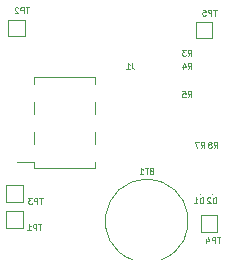
<source format=gbr>
G04 #@! TF.GenerationSoftware,KiCad,Pcbnew,(5.0.0)*
G04 #@! TF.CreationDate,2018-10-15T18:52:21-03:00*
G04 #@! TF.ProjectId,TPMS_Sensor,54504D535F53656E736F722E6B696361,1*
G04 #@! TF.SameCoordinates,Original*
G04 #@! TF.FileFunction,Legend,Bot*
G04 #@! TF.FilePolarity,Positive*
%FSLAX46Y46*%
G04 Gerber Fmt 4.6, Leading zero omitted, Abs format (unit mm)*
G04 Created by KiCad (PCBNEW (5.0.0)) date 10/15/18 18:52:21*
%MOMM*%
%LPD*%
G01*
G04 APERTURE LIST*
%ADD10C,0.120000*%
%ADD11C,0.100000*%
%ADD12C,0.125000*%
G04 APERTURE END LIST*
D10*
G04 #@! TO.C,BT1*
X151909254Y-96514692D02*
G75*
G02X154311200Y-96515400I1201946J3299292D01*
G01*
D11*
G04 #@! TO.C,D1*
X157631600Y-90979200D02*
G75*
G03X157631600Y-90979200I-50000J0D01*
G01*
G04 #@! TO.C,D2*
X158673000Y-90979200D02*
G75*
G03X158673000Y-90979200I-50000J0D01*
G01*
D10*
G04 #@! TO.C,J1*
X143526200Y-88756800D02*
X148726200Y-88756800D01*
X143526200Y-81016800D02*
X148726200Y-81016800D01*
X142086200Y-88186800D02*
X143526200Y-88186800D01*
X143526200Y-88756800D02*
X143526200Y-88186800D01*
X148726200Y-88756800D02*
X148726200Y-88186800D01*
X143526200Y-81586800D02*
X143526200Y-81016800D01*
X148726200Y-81586800D02*
X148726200Y-81016800D01*
X143526200Y-86666800D02*
X143526200Y-85646800D01*
X148726200Y-86666800D02*
X148726200Y-85646800D01*
X143526200Y-84126800D02*
X143526200Y-83106800D01*
X148726200Y-84126800D02*
X148726200Y-83106800D01*
G04 #@! TO.C,TP1*
X141200000Y-93800000D02*
X142600000Y-93800000D01*
X142600000Y-93800000D02*
X142600000Y-92400000D01*
X142600000Y-92400000D02*
X141200000Y-92400000D01*
X141200000Y-92400000D02*
X141200000Y-93800000D01*
G04 #@! TO.C,TP2*
X141362200Y-76185800D02*
X141362200Y-77585800D01*
X142762200Y-76185800D02*
X141362200Y-76185800D01*
X142762200Y-77585800D02*
X142762200Y-76185800D01*
X141362200Y-77585800D02*
X142762200Y-77585800D01*
G04 #@! TO.C,TP3*
X141200000Y-91600000D02*
X142600000Y-91600000D01*
X142600000Y-91600000D02*
X142600000Y-90200000D01*
X142600000Y-90200000D02*
X141200000Y-90200000D01*
X141200000Y-90200000D02*
X141200000Y-91600000D01*
G04 #@! TO.C,TP4*
X157694400Y-92721200D02*
X157694400Y-94121200D01*
X159094400Y-92721200D02*
X157694400Y-92721200D01*
X159094400Y-94121200D02*
X159094400Y-92721200D01*
X157694400Y-94121200D02*
X159094400Y-94121200D01*
G04 #@! TO.C,TP5*
X157262600Y-77738200D02*
X158662600Y-77738200D01*
X158662600Y-77738200D02*
X158662600Y-76338200D01*
X158662600Y-76338200D02*
X157262600Y-76338200D01*
X157262600Y-76338200D02*
X157262600Y-77738200D01*
G04 #@! TO.C,BT1*
D12*
X153492857Y-88964285D02*
X153421428Y-88988095D01*
X153397619Y-89011904D01*
X153373809Y-89059523D01*
X153373809Y-89130952D01*
X153397619Y-89178571D01*
X153421428Y-89202380D01*
X153469047Y-89226190D01*
X153659523Y-89226190D01*
X153659523Y-88726190D01*
X153492857Y-88726190D01*
X153445238Y-88750000D01*
X153421428Y-88773809D01*
X153397619Y-88821428D01*
X153397619Y-88869047D01*
X153421428Y-88916666D01*
X153445238Y-88940476D01*
X153492857Y-88964285D01*
X153659523Y-88964285D01*
X153230952Y-88726190D02*
X152945238Y-88726190D01*
X153088095Y-89226190D02*
X153088095Y-88726190D01*
X152516666Y-89226190D02*
X152802380Y-89226190D01*
X152659523Y-89226190D02*
X152659523Y-88726190D01*
X152707142Y-88797619D01*
X152754761Y-88845238D01*
X152802380Y-88869047D01*
G04 #@! TO.C,D1*
X157869047Y-91726190D02*
X157869047Y-91226190D01*
X157750000Y-91226190D01*
X157678571Y-91250000D01*
X157630952Y-91297619D01*
X157607142Y-91345238D01*
X157583333Y-91440476D01*
X157583333Y-91511904D01*
X157607142Y-91607142D01*
X157630952Y-91654761D01*
X157678571Y-91702380D01*
X157750000Y-91726190D01*
X157869047Y-91726190D01*
X157107142Y-91726190D02*
X157392857Y-91726190D01*
X157250000Y-91726190D02*
X157250000Y-91226190D01*
X157297619Y-91297619D01*
X157345238Y-91345238D01*
X157392857Y-91369047D01*
G04 #@! TO.C,D2*
X158969047Y-91726190D02*
X158969047Y-91226190D01*
X158850000Y-91226190D01*
X158778571Y-91250000D01*
X158730952Y-91297619D01*
X158707142Y-91345238D01*
X158683333Y-91440476D01*
X158683333Y-91511904D01*
X158707142Y-91607142D01*
X158730952Y-91654761D01*
X158778571Y-91702380D01*
X158850000Y-91726190D01*
X158969047Y-91726190D01*
X158492857Y-91273809D02*
X158469047Y-91250000D01*
X158421428Y-91226190D01*
X158302380Y-91226190D01*
X158254761Y-91250000D01*
X158230952Y-91273809D01*
X158207142Y-91321428D01*
X158207142Y-91369047D01*
X158230952Y-91440476D01*
X158516666Y-91726190D01*
X158207142Y-91726190D01*
G04 #@! TO.C,J1*
X151866666Y-79826190D02*
X151866666Y-80183333D01*
X151890476Y-80254761D01*
X151938095Y-80302380D01*
X152009523Y-80326190D01*
X152057142Y-80326190D01*
X151366666Y-80326190D02*
X151652380Y-80326190D01*
X151509523Y-80326190D02*
X151509523Y-79826190D01*
X151557142Y-79897619D01*
X151604761Y-79945238D01*
X151652380Y-79969047D01*
G04 #@! TO.C,R3*
X156583333Y-79226190D02*
X156750000Y-78988095D01*
X156869047Y-79226190D02*
X156869047Y-78726190D01*
X156678571Y-78726190D01*
X156630952Y-78750000D01*
X156607142Y-78773809D01*
X156583333Y-78821428D01*
X156583333Y-78892857D01*
X156607142Y-78940476D01*
X156630952Y-78964285D01*
X156678571Y-78988095D01*
X156869047Y-78988095D01*
X156416666Y-78726190D02*
X156107142Y-78726190D01*
X156273809Y-78916666D01*
X156202380Y-78916666D01*
X156154761Y-78940476D01*
X156130952Y-78964285D01*
X156107142Y-79011904D01*
X156107142Y-79130952D01*
X156130952Y-79178571D01*
X156154761Y-79202380D01*
X156202380Y-79226190D01*
X156345238Y-79226190D01*
X156392857Y-79202380D01*
X156416666Y-79178571D01*
G04 #@! TO.C,R4*
X156583333Y-80326190D02*
X156750000Y-80088095D01*
X156869047Y-80326190D02*
X156869047Y-79826190D01*
X156678571Y-79826190D01*
X156630952Y-79850000D01*
X156607142Y-79873809D01*
X156583333Y-79921428D01*
X156583333Y-79992857D01*
X156607142Y-80040476D01*
X156630952Y-80064285D01*
X156678571Y-80088095D01*
X156869047Y-80088095D01*
X156154761Y-79992857D02*
X156154761Y-80326190D01*
X156273809Y-79802380D02*
X156392857Y-80159523D01*
X156083333Y-80159523D01*
G04 #@! TO.C,R5*
X156583333Y-82726190D02*
X156750000Y-82488095D01*
X156869047Y-82726190D02*
X156869047Y-82226190D01*
X156678571Y-82226190D01*
X156630952Y-82250000D01*
X156607142Y-82273809D01*
X156583333Y-82321428D01*
X156583333Y-82392857D01*
X156607142Y-82440476D01*
X156630952Y-82464285D01*
X156678571Y-82488095D01*
X156869047Y-82488095D01*
X156130952Y-82226190D02*
X156369047Y-82226190D01*
X156392857Y-82464285D01*
X156369047Y-82440476D01*
X156321428Y-82416666D01*
X156202380Y-82416666D01*
X156154761Y-82440476D01*
X156130952Y-82464285D01*
X156107142Y-82511904D01*
X156107142Y-82630952D01*
X156130952Y-82678571D01*
X156154761Y-82702380D01*
X156202380Y-82726190D01*
X156321428Y-82726190D01*
X156369047Y-82702380D01*
X156392857Y-82678571D01*
G04 #@! TO.C,R7*
X157683333Y-87026190D02*
X157850000Y-86788095D01*
X157969047Y-87026190D02*
X157969047Y-86526190D01*
X157778571Y-86526190D01*
X157730952Y-86550000D01*
X157707142Y-86573809D01*
X157683333Y-86621428D01*
X157683333Y-86692857D01*
X157707142Y-86740476D01*
X157730952Y-86764285D01*
X157778571Y-86788095D01*
X157969047Y-86788095D01*
X157516666Y-86526190D02*
X157183333Y-86526190D01*
X157397619Y-87026190D01*
G04 #@! TO.C,R8*
X158783333Y-87026190D02*
X158950000Y-86788095D01*
X159069047Y-87026190D02*
X159069047Y-86526190D01*
X158878571Y-86526190D01*
X158830952Y-86550000D01*
X158807142Y-86573809D01*
X158783333Y-86621428D01*
X158783333Y-86692857D01*
X158807142Y-86740476D01*
X158830952Y-86764285D01*
X158878571Y-86788095D01*
X159069047Y-86788095D01*
X158497619Y-86740476D02*
X158545238Y-86716666D01*
X158569047Y-86692857D01*
X158592857Y-86645238D01*
X158592857Y-86621428D01*
X158569047Y-86573809D01*
X158545238Y-86550000D01*
X158497619Y-86526190D01*
X158402380Y-86526190D01*
X158354761Y-86550000D01*
X158330952Y-86573809D01*
X158307142Y-86621428D01*
X158307142Y-86645238D01*
X158330952Y-86692857D01*
X158354761Y-86716666D01*
X158402380Y-86740476D01*
X158497619Y-86740476D01*
X158545238Y-86764285D01*
X158569047Y-86788095D01*
X158592857Y-86835714D01*
X158592857Y-86930952D01*
X158569047Y-86978571D01*
X158545238Y-87002380D01*
X158497619Y-87026190D01*
X158402380Y-87026190D01*
X158354761Y-87002380D01*
X158330952Y-86978571D01*
X158307142Y-86930952D01*
X158307142Y-86835714D01*
X158330952Y-86788095D01*
X158354761Y-86764285D01*
X158402380Y-86740476D01*
G04 #@! TO.C,TP1*
X144195752Y-93511590D02*
X143910038Y-93511590D01*
X144052895Y-94011590D02*
X144052895Y-93511590D01*
X143743371Y-94011590D02*
X143743371Y-93511590D01*
X143552895Y-93511590D01*
X143505276Y-93535400D01*
X143481466Y-93559209D01*
X143457657Y-93606828D01*
X143457657Y-93678257D01*
X143481466Y-93725876D01*
X143505276Y-93749685D01*
X143552895Y-93773495D01*
X143743371Y-93773495D01*
X142981466Y-94011590D02*
X143267180Y-94011590D01*
X143124323Y-94011590D02*
X143124323Y-93511590D01*
X143171942Y-93583019D01*
X143219561Y-93630638D01*
X143267180Y-93654447D01*
G04 #@! TO.C,TP2*
X143130952Y-75126190D02*
X142845238Y-75126190D01*
X142988095Y-75626190D02*
X142988095Y-75126190D01*
X142678571Y-75626190D02*
X142678571Y-75126190D01*
X142488095Y-75126190D01*
X142440476Y-75150000D01*
X142416666Y-75173809D01*
X142392857Y-75221428D01*
X142392857Y-75292857D01*
X142416666Y-75340476D01*
X142440476Y-75364285D01*
X142488095Y-75388095D01*
X142678571Y-75388095D01*
X142202380Y-75173809D02*
X142178571Y-75150000D01*
X142130952Y-75126190D01*
X142011904Y-75126190D01*
X141964285Y-75150000D01*
X141940476Y-75173809D01*
X141916666Y-75221428D01*
X141916666Y-75269047D01*
X141940476Y-75340476D01*
X142226190Y-75626190D01*
X141916666Y-75626190D01*
G04 #@! TO.C,TP3*
X144295752Y-91272190D02*
X144010038Y-91272190D01*
X144152895Y-91772190D02*
X144152895Y-91272190D01*
X143843371Y-91772190D02*
X143843371Y-91272190D01*
X143652895Y-91272190D01*
X143605276Y-91296000D01*
X143581466Y-91319809D01*
X143557657Y-91367428D01*
X143557657Y-91438857D01*
X143581466Y-91486476D01*
X143605276Y-91510285D01*
X143652895Y-91534095D01*
X143843371Y-91534095D01*
X143390990Y-91272190D02*
X143081466Y-91272190D01*
X143248133Y-91462666D01*
X143176704Y-91462666D01*
X143129085Y-91486476D01*
X143105276Y-91510285D01*
X143081466Y-91557904D01*
X143081466Y-91676952D01*
X143105276Y-91724571D01*
X143129085Y-91748380D01*
X143176704Y-91772190D01*
X143319561Y-91772190D01*
X143367180Y-91748380D01*
X143390990Y-91724571D01*
G04 #@! TO.C,TP4*
X159330952Y-94595390D02*
X159045238Y-94595390D01*
X159188095Y-95095390D02*
X159188095Y-94595390D01*
X158878571Y-95095390D02*
X158878571Y-94595390D01*
X158688095Y-94595390D01*
X158640476Y-94619200D01*
X158616666Y-94643009D01*
X158592857Y-94690628D01*
X158592857Y-94762057D01*
X158616666Y-94809676D01*
X158640476Y-94833485D01*
X158688095Y-94857295D01*
X158878571Y-94857295D01*
X158164285Y-94762057D02*
X158164285Y-95095390D01*
X158283333Y-94571580D02*
X158402380Y-94928723D01*
X158092857Y-94928723D01*
G04 #@! TO.C,TP5*
X159030952Y-75326190D02*
X158745238Y-75326190D01*
X158888095Y-75826190D02*
X158888095Y-75326190D01*
X158578571Y-75826190D02*
X158578571Y-75326190D01*
X158388095Y-75326190D01*
X158340476Y-75350000D01*
X158316666Y-75373809D01*
X158292857Y-75421428D01*
X158292857Y-75492857D01*
X158316666Y-75540476D01*
X158340476Y-75564285D01*
X158388095Y-75588095D01*
X158578571Y-75588095D01*
X157840476Y-75326190D02*
X158078571Y-75326190D01*
X158102380Y-75564285D01*
X158078571Y-75540476D01*
X158030952Y-75516666D01*
X157911904Y-75516666D01*
X157864285Y-75540476D01*
X157840476Y-75564285D01*
X157816666Y-75611904D01*
X157816666Y-75730952D01*
X157840476Y-75778571D01*
X157864285Y-75802380D01*
X157911904Y-75826190D01*
X158030952Y-75826190D01*
X158078571Y-75802380D01*
X158102380Y-75778571D01*
G04 #@! TD*
M02*

</source>
